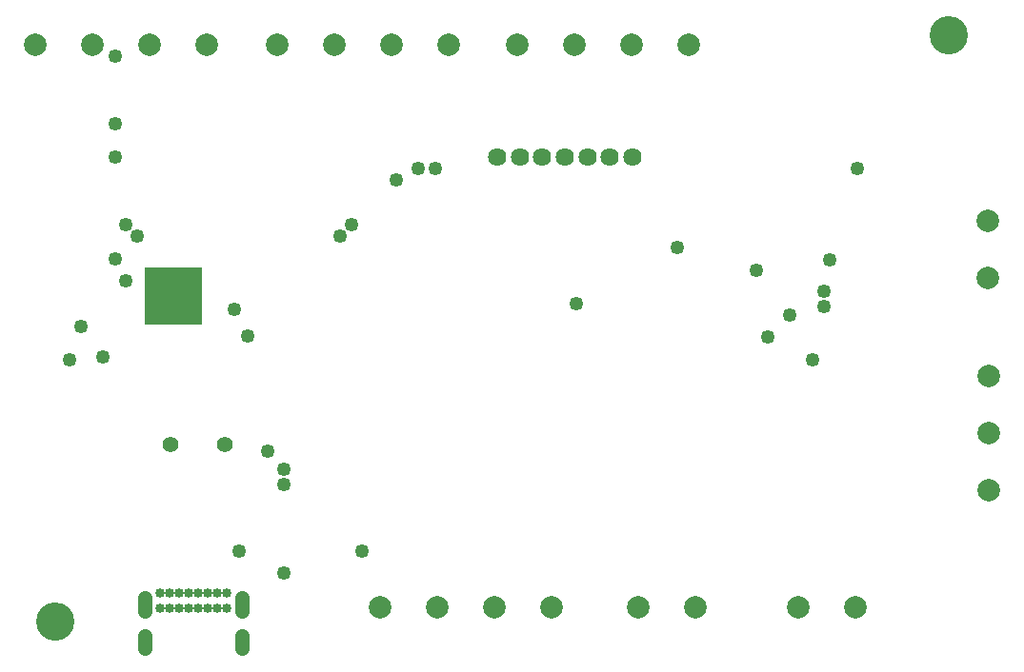
<source format=gbr>
G04 EAGLE Gerber X2 export*
%TF.Part,Single*%
%TF.FileFunction,Soldermask,Bot,1*%
%TF.FilePolarity,Positive*%
%TF.GenerationSoftware,Autodesk,EAGLE,9.7.0*%
%TF.CreationDate,2022-05-06T10:44:24Z*%
G75*
%MOMM*%
%FSLAX46Y46*%
%LPD*%
%INSoldermask Bottom*%
%AMOC8*
5,1,8,0,0,1.08239X$1,22.5*%
G01*
G04 Define Apertures*
%ADD10C,2.003200*%
%ADD11C,3.403200*%
%ADD12R,5.203200X5.203200*%
%ADD13C,1.422400*%
%ADD14C,0.853200*%
%ADD15C,1.311200*%
%ADD16C,1.625600*%
%ADD17C,1.253200*%
D10*
X88590000Y39380000D03*
X88590000Y34300000D03*
D11*
X85120000Y55880000D03*
X5670000Y3700000D03*
D10*
X19200000Y55000000D03*
X14120000Y55000000D03*
X9040000Y55000000D03*
X3960000Y55000000D03*
X40700000Y55022000D03*
X35620000Y55022000D03*
X30540000Y55022000D03*
X25460000Y55022000D03*
X76860000Y5000000D03*
X71780000Y5000000D03*
X62560000Y5000000D03*
X57480000Y5000000D03*
X88670000Y15410000D03*
X88670000Y20490000D03*
X88670000Y25570000D03*
D12*
X16240000Y32710000D03*
D10*
X62000000Y55000000D03*
X56920000Y55000000D03*
X51840000Y55000000D03*
X46760000Y55000000D03*
X34590000Y5000000D03*
X39670000Y5000000D03*
X44750000Y5000000D03*
X49830000Y5000000D03*
D13*
X20763000Y19470000D03*
X15937000Y19470000D03*
D14*
X15025000Y6230000D03*
X15875000Y6230000D03*
X16725000Y6230000D03*
X17575000Y6230000D03*
X18425000Y6230000D03*
X19275000Y6230000D03*
X20125000Y6230000D03*
X20975000Y6230000D03*
X20975000Y4880000D03*
X20125000Y4880000D03*
X19275000Y4880000D03*
X18425000Y4880000D03*
X17575000Y4880000D03*
X16725000Y4880000D03*
X15875000Y4880000D03*
X15025000Y4880000D03*
D15*
X13675000Y4696000D02*
X13675000Y5804000D01*
X22325000Y5804000D02*
X22325000Y4696000D01*
X22325000Y2424000D02*
X22325000Y1316000D01*
X13675000Y1316000D02*
X13675000Y2424000D01*
D16*
X45000000Y45000000D03*
X47000000Y45000000D03*
X49000000Y45000000D03*
X51000000Y45000000D03*
X53000000Y45000000D03*
X55000000Y45000000D03*
X57000000Y45000000D03*
D17*
X9900000Y27300000D03*
X74500000Y35900000D03*
X24600000Y18900000D03*
X52000000Y32000000D03*
X61000000Y37000000D03*
X68000000Y35000000D03*
X77000000Y44000000D03*
X36000000Y43000000D03*
X74000000Y31750000D03*
X32000000Y39000000D03*
X71000000Y31000000D03*
X31000000Y38000000D03*
X69000000Y29000000D03*
X26000000Y8000000D03*
X33000000Y10000000D03*
X38000000Y44000000D03*
X74000000Y33100000D03*
X22800000Y29100000D03*
X11000000Y54000000D03*
X11000000Y48000000D03*
X11000000Y45000000D03*
X21600000Y31500000D03*
X22000000Y10000000D03*
X73000000Y27000000D03*
X8000000Y30000000D03*
X11000000Y36000000D03*
X12000000Y39000000D03*
X26000000Y17250000D03*
X13000000Y38000000D03*
X12000000Y34000000D03*
X7000000Y27000000D03*
X26000000Y15900000D03*
X39500000Y44000000D03*
M02*

</source>
